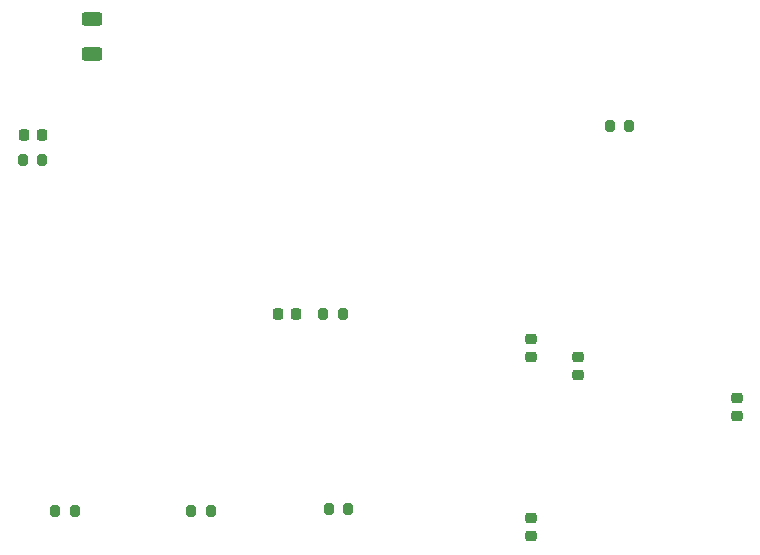
<source format=gbr>
%TF.GenerationSoftware,KiCad,Pcbnew,7.0.1*%
%TF.CreationDate,2023-03-29T16:15:43+02:00*%
%TF.ProjectId,mainboard,6d61696e-626f-4617-9264-2e6b69636164,1.0*%
%TF.SameCoordinates,Original*%
%TF.FileFunction,Paste,Top*%
%TF.FilePolarity,Positive*%
%FSLAX46Y46*%
G04 Gerber Fmt 4.6, Leading zero omitted, Abs format (unit mm)*
G04 Created by KiCad (PCBNEW 7.0.1) date 2023-03-29 16:15:43*
%MOMM*%
%LPD*%
G01*
G04 APERTURE LIST*
G04 Aperture macros list*
%AMRoundRect*
0 Rectangle with rounded corners*
0 $1 Rounding radius*
0 $2 $3 $4 $5 $6 $7 $8 $9 X,Y pos of 4 corners*
0 Add a 4 corners polygon primitive as box body*
4,1,4,$2,$3,$4,$5,$6,$7,$8,$9,$2,$3,0*
0 Add four circle primitives for the rounded corners*
1,1,$1+$1,$2,$3*
1,1,$1+$1,$4,$5*
1,1,$1+$1,$6,$7*
1,1,$1+$1,$8,$9*
0 Add four rect primitives between the rounded corners*
20,1,$1+$1,$2,$3,$4,$5,0*
20,1,$1+$1,$4,$5,$6,$7,0*
20,1,$1+$1,$6,$7,$8,$9,0*
20,1,$1+$1,$8,$9,$2,$3,0*%
G04 Aperture macros list end*
%ADD10RoundRect,0.225000X0.250000X-0.225000X0.250000X0.225000X-0.250000X0.225000X-0.250000X-0.225000X0*%
%ADD11RoundRect,0.225000X-0.250000X0.225000X-0.250000X-0.225000X0.250000X-0.225000X0.250000X0.225000X0*%
%ADD12RoundRect,0.200000X-0.200000X-0.275000X0.200000X-0.275000X0.200000X0.275000X-0.200000X0.275000X0*%
%ADD13RoundRect,0.200000X0.200000X0.275000X-0.200000X0.275000X-0.200000X-0.275000X0.200000X-0.275000X0*%
%ADD14RoundRect,0.218750X-0.218750X-0.256250X0.218750X-0.256250X0.218750X0.256250X-0.218750X0.256250X0*%
%ADD15RoundRect,0.218750X0.218750X0.256250X-0.218750X0.256250X-0.218750X-0.256250X0.218750X-0.256250X0*%
%ADD16RoundRect,0.250000X-0.625000X0.312500X-0.625000X-0.312500X0.625000X-0.312500X0.625000X0.312500X0*%
G04 APERTURE END LIST*
D10*
%TO.C,C5*%
X159380000Y-93355000D03*
X159380000Y-91805000D03*
%TD*%
D11*
%TO.C,C3*%
X163380000Y-93335000D03*
X163380000Y-94885000D03*
%TD*%
%TO.C,C4*%
X176780000Y-96782500D03*
X176780000Y-98332500D03*
%TD*%
D12*
%TO.C,R5*%
X142255000Y-106200000D03*
X143905000Y-106200000D03*
%TD*%
%TO.C,R4*%
X130615000Y-106345000D03*
X132265000Y-106345000D03*
%TD*%
D13*
%TO.C,R1*%
X118000000Y-76600000D03*
X116350000Y-76600000D03*
%TD*%
D14*
%TO.C,D1*%
X116412500Y-74500000D03*
X117987500Y-74500000D03*
%TD*%
D12*
%TO.C,R3*%
X119095000Y-106400000D03*
X120745000Y-106400000D03*
%TD*%
D15*
%TO.C,D2*%
X139487500Y-89700000D03*
X137912500Y-89700000D03*
%TD*%
D16*
%TO.C,F1*%
X122200000Y-64737500D03*
X122200000Y-67662500D03*
%TD*%
D12*
%TO.C,R6*%
X166050000Y-73800000D03*
X167700000Y-73800000D03*
%TD*%
D11*
%TO.C,C6*%
X159380000Y-106965000D03*
X159380000Y-108515000D03*
%TD*%
D13*
%TO.C,R2*%
X143425000Y-89700000D03*
X141775000Y-89700000D03*
%TD*%
M02*

</source>
